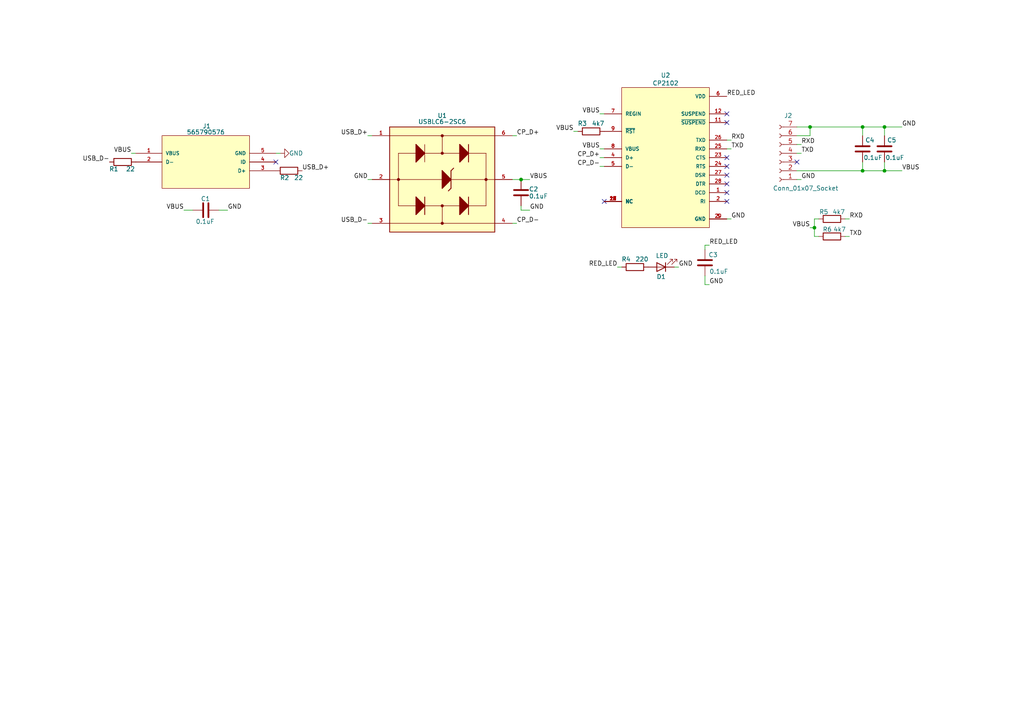
<source format=kicad_sch>
(kicad_sch (version 20231120) (generator "eeschema") (generator_version "8.0")
  (paper "A4")
  (title_block (title "Telemetry") (date "2025-06-01") (rev "v1.0.0"))
  (lib_symbols
    (symbol "565790576:565790576" (pin_names (offset 1.016))
      (property "Reference" "J" (at 15.5956 9.1186 0))
      (property "Value" "565790576" (at 14.9606 6.5786 0))
      (symbol "565790576_0_0"
        (rectangle (start 7.62 -10.16) (end 33.02 5.08) (stroke (width 0.1524)) (fill (type background)))
        (pin power_in line (at 0 0 0) (length 7.62) (name "VBUS") (number "1"))
        (pin bidirectional line (at 0 -2.54 0) (length 7.62) (name "D-") (number "2"))
        (pin bidirectional line (at 40.64 -5.08 180) (length 7.62) (name "D+") (number "3"))
        (pin bidirectional line (at 40.64 -2.54 180) (length 7.62) (name "ID") (number "4"))
        (pin passive line (at 40.64 0 180) (length 7.62) (name "GND") (number "5"))
      )
    )
    (symbol "CP2102:CP2102" (pin_names (offset 1.016))
      (property "Reference" "U" (at -12.7 21.082 0))
      (property "Value" "CP2102" (at -12.7 -22.86 0))
      (symbol "CP2102_0_0"
        (rectangle (start -12.7 -20.32) (end 12.7 20.32) (stroke (width 0.1524)) (fill (type background)))
        (pin input line (at 17.78 -10.16 180) (length 5.08) (name "DCD") (number "1"))
        (pin passive line (at -17.78 -12.7 0) (length 5.08) (name "NC") (number "10"))
        (pin output line (at 17.78 10.16 180) (length 5.08) (name "~{SUSPEND}") (number "11"))
        (pin output line (at 17.78 12.7 180) (length 5.08) (name "SUSPEND") (number "12"))
        (pin passive line (at -17.78 -12.7 0) (length 5.08) (name "NC") (number "13"))
        (pin passive line (at -17.78 -12.7 0) (length 5.08) (name "NC") (number "14"))
        (pin passive line (at -17.78 -12.7 0) (length 5.08) (name "NC") (number "15"))
        (pin passive line (at -17.78 -12.7 0) (length 5.08) (name "NC") (number "16"))
        (pin passive line (at -17.78 -12.7 0) (length 5.08) (name "NC") (number "17"))
        (pin passive line (at -17.78 -12.7 0) (length 5.08) (name "NC") (number "18"))
        (pin passive line (at -17.78 -12.7 0) (length 5.08) (name "NC") (number "19"))
        (pin input line (at 17.78 -12.7 180) (length 5.08) (name "RI") (number "2"))
        (pin passive line (at -17.78 -12.7 0) (length 5.08) (name "NC") (number "20"))
        (pin passive line (at -17.78 -12.7 0) (length 5.08) (name "NC") (number "21"))
        (pin passive line (at -17.78 -12.7 0) (length 5.08) (name "NC") (number "22"))
        (pin input line (at 17.78 0 180) (length 5.08) (name "CTS") (number "23"))
        (pin output line (at 17.78 -2.54 180) (length 5.08) (name "RTS") (number "24"))
        (pin input line (at 17.78 2.54 180) (length 5.08) (name "RXD") (number "25"))
        (pin output line (at 17.78 5.08 180) (length 5.08) (name "TXD") (number "26"))
        (pin input line (at 17.78 -5.08 180) (length 5.08) (name "DSR") (number "27"))
        (pin output line (at 17.78 -7.62 180) (length 5.08) (name "DTR") (number "28"))
        (pin power_in line (at 17.78 -17.78 180) (length 5.08) (name "GND") (number "29"))
        (pin power_in line (at 17.78 -17.78 180) (length 5.08) (name "GND") (number "3"))
        (pin bidirectional line (at -17.78 0 0) (length 5.08) (name "D+") (number "4"))
        (pin bidirectional line (at -17.78 -2.54 0) (length 5.08) (name "D-") (number "5"))
        (pin power_in line (at 17.78 17.78 180) (length 5.08) (name "VDD") (number "6"))
        (pin input line (at -17.78 12.7 0) (length 5.08) (name "REGIN") (number "7"))
        (pin input line (at -17.78 2.54 0) (length 5.08) (name "VBUS") (number "8"))
        (pin bidirectional line (at -17.78 7.62 0) (length 5.08) (name "~{RST}") (number "9"))
      )
    )
    (symbol "Connector:Conn_01x07_Socket" (pin_names (offset 1.016) hide)
      (property "Reference" "J" (at 0 10.16 0))
      (property "Value" "Conn_01x07_Socket" (at 0 -10.16 0))
      (symbol "Conn_01x07_Socket_1_1"
        (arc (start 0 -7.112) (mid -0.5058 -7.62) (end 0 -8.128) (stroke (width 0.1524)))
        (arc (start 0 -4.572) (mid -0.5058 -5.08) (end 0 -5.588) (stroke (width 0.1524)))
        (arc (start 0 -2.032) (mid -0.5058 -2.54) (end 0 -3.048) (stroke (width 0.1524)))
        (polyline (pts (xy -1.27 -7.62) (xy -0.508 -7.62)) (stroke (width 0.1524)))
        (polyline (pts (xy -1.27 -5.08) (xy -0.508 -5.08)) (stroke (width 0.1524)))
        (polyline (pts (xy -1.27 -2.54) (xy -0.508 -2.54)) (stroke (width 0.1524)))
        (polyline (pts (xy -1.27 0) (xy -0.508 0)) (stroke (width 0.1524)))
        (polyline (pts (xy -1.27 2.54) (xy -0.508 2.54)) (stroke (width 0.1524)))
        (polyline (pts (xy -1.27 5.08) (xy -0.508 5.08)) (stroke (width 0.1524)))
        (polyline (pts (xy -1.27 7.62) (xy -0.508 7.62)) (stroke (width 0.1524)))
        (arc (start 0 0.508) (mid -0.5058 0) (end 0 -0.508) (stroke (width 0.1524)))
        (arc (start 0 3.048) (mid -0.5058 2.54) (end 0 2.032) (stroke (width 0.1524)))
        (arc (start 0 5.588) (mid -0.5058 5.08) (end 0 4.572) (stroke (width 0.1524)))
        (arc (start 0 8.128) (mid -0.5058 7.62) (end 0 7.112) (stroke (width 0.1524)))
        (pin passive line (at -5.08 7.62 0) (length 3.81) (name "Pin_1") (number "1"))
        (pin passive line (at -5.08 5.08 0) (length 3.81) (name "Pin_2") (number "2"))
        (pin passive line (at -5.08 2.54 0) (length 3.81) (name "Pin_3") (number "3"))
        (pin passive line (at -5.08 0 0) (length 3.81) (name "Pin_4") (number "4"))
        (pin passive line (at -5.08 -2.54 0) (length 3.81) (name "Pin_5") (number "5"))
        (pin passive line (at -5.08 -5.08 0) (length 3.81) (name "Pin_6") (number "6"))
        (pin passive line (at -5.08 -7.62 0) (length 3.81) (name "Pin_7") (number "7"))
      )
    )
    (symbol "Device:C" (pin_numbers hide) (pin_names (offset 0.254))
      (property "Reference" "C" (at 0.635 2.54 0))
      (property "Value" "C" (at 0.635 -2.54 0))
      (symbol "C_0_1"
        (polyline (pts (xy -2.032 -0.762) (xy 2.032 -0.762)) (stroke (width 0.508)))
        (polyline (pts (xy -2.032 0.762) (xy 2.032 0.762)) (stroke (width 0.508)))
      )
      (symbol "C_1_1"
        (pin passive line (at 0 3.81 270) (length 2.794) (name "~") (number "1"))
        (pin passive line (at 0 -3.81 90) (length 2.794) (name "~") (number "2"))
      )
    )
    (symbol "Device:LED" (pin_numbers hide) (pin_names (offset 1.016) hide)
      (property "Reference" "D" (at 0 2.54 0))
      (property "Value" "LED" (at 0 -2.54 0))
      (symbol "LED_0_1"
        (polyline (pts (xy -1.27 -1.27) (xy -1.27 1.27)) (stroke (width 0.254)))
        (polyline (pts (xy -1.27 0) (xy 1.27 0)))
        (polyline (pts (xy 1.27 -1.27) (xy 1.27 1.27) (xy -1.27 0) (xy 1.27 -1.27)) (stroke (width 0.254)))
        (polyline (pts (xy -3.048 -0.762) (xy -4.572 -2.286) (xy -3.81 -2.286) (xy -4.572 -2.286) (xy -4.572 -1.524)))
        (polyline (pts (xy -1.778 -0.762) (xy -3.302 -2.286) (xy -2.54 -2.286) (xy -3.302 -2.286) (xy -3.302 -1.524)))
      )
      (symbol "LED_1_1"
        (pin passive line (at -3.81 0 0) (length 2.54) (name "K") (number "1"))
        (pin passive line (at 3.81 0 180) (length 2.54) (name "A") (number "2"))
      )
    )
    (symbol "Device:R" (pin_numbers hide) (pin_names (offset 0))
      (property "Reference" "R" (at 2.032 0 90))
      (property "Value" "R" (at 0 0 90))
      (symbol "R_0_1"
        (rectangle (start -1.016 -2.54) (end 1.016 2.54) (stroke (width 0.254)))
      )
      (symbol "R_1_1"
        (pin passive line (at 0 3.81 270) (length 1.27) (name "~") (number "1"))
        (pin passive line (at 0 -3.81 90) (length 1.27) (name "~") (number "2"))
      )
    )
    (symbol "USBLC6-2SC6_SnapEDA:USBLC6-2SC6" (pin_names (offset 1.016))
      (property "Reference" "U" (at -15.2693 17.8093 0))
      (property "Value" "USBLC6-2SC6" (at -15.2559 -17.7959 0))
      (symbol "USBLC6-2SC6_0_0"
        (rectangle (start -15.24 -15.24) (end 15.24 15.24) (stroke (width 0.254)) (fill (type background)))
        (circle (center -12.7 0) (radius 0.254) (stroke (width 0.381)))
        (circle (center 0 -12.7) (radius 0.254) (stroke (width 0.381)))
        (circle (center 0 -7.62) (radius 0.254) (stroke (width 0.381)))
        (polyline (pts (xy -15.24 -12.7) (xy 0 -12.7)) (stroke (width 0.1524)))
        (polyline (pts (xy -15.24 12.7) (xy 0 12.7)) (stroke (width 0.1524)))
        (polyline (pts (xy -12.7 -7.62) (xy -7.62 -7.62)) (stroke (width 0.1524)))
        (polyline (pts (xy -12.7 0) (xy -15.24 0)) (stroke (width 0.1524)))
        (polyline (pts (xy -12.7 0) (xy -12.7 -7.62)) (stroke (width 0.1524)))
        (polyline (pts (xy -12.7 0) (xy 0 0)) (stroke (width 0.1524)))
        (polyline (pts (xy -12.7 7.62) (xy -12.7 0)) (stroke (width 0.1524)))
        (polyline (pts (xy -12.7 7.62) (xy -7.62 7.62)) (stroke (width 0.1524)))
        (polyline (pts (xy -7.62 -10.16) (xy -7.62 -7.62)) (stroke (width 0.254)))
        (polyline (pts (xy -7.62 -7.62) (xy -7.62 -5.08)) (stroke (width 0.254)))
        (polyline (pts (xy -7.62 -5.08) (xy -5.08 -7.62)) (stroke (width 0.254)))
        (polyline (pts (xy -7.62 5.08) (xy -7.62 7.62)) (stroke (width 0.254)))
        (polyline (pts (xy -7.62 7.62) (xy -7.62 10.16)) (stroke (width 0.254)))
        (polyline (pts (xy -7.62 10.16) (xy -5.08 7.62)) (stroke (width 0.254)))
        (polyline (pts (xy -5.08 -7.62) (xy -7.62 -10.16)) (stroke (width 0.254)))
        (polyline (pts (xy -5.08 -7.62) (xy -5.08 -10.16)) (stroke (width 0.254)))
        (polyline (pts (xy -5.08 -7.62) (xy 0 -7.62)) (stroke (width 0.1524)))
        (polyline (pts (xy -5.08 -5.08) (xy -5.08 -7.62)) (stroke (width 0.254)))
        (polyline (pts (xy -5.08 7.62) (xy -7.62 5.08)) (stroke (width 0.254)))
        (polyline (pts (xy -5.08 7.62) (xy -5.08 5.08)) (stroke (width 0.1524)))
        (polyline (pts (xy -5.08 7.62) (xy 0 7.62)) (stroke (width 0.1524)))
        (polyline (pts (xy -5.08 10.16) (xy -5.08 7.62)) (stroke (width 0.1524)))
        (polyline (pts (xy 0 -7.62) (xy 0 -12.7)) (stroke (width 0.1524)))
        (polyline (pts (xy 0 -7.62) (xy 5.08 -7.62)) (stroke (width 0.1524)))
        (polyline (pts (xy 0 -2.54) (xy 0 0)) (stroke (width 0.254)))
        (polyline (pts (xy 0 0) (xy 0 2.54)) (stroke (width 0.254)))
        (polyline (pts (xy 0 2.54) (xy 2.54 0)) (stroke (width 0.254)))
        (polyline (pts (xy 0 7.62) (xy 0 12.7)) (stroke (width 0.1524)))
        (polyline (pts (xy 0 7.62) (xy 5.08 7.62)) (stroke (width 0.1524)))
        (polyline (pts (xy 0 12.7) (xy 15.24 12.7)) (stroke (width 0.1524)))
        (polyline (pts (xy 2.54 -2.54) (xy 1.778 -3.302)) (stroke (width 0.254)))
        (polyline (pts (xy 2.54 0) (xy 0 -2.54)) (stroke (width 0.254)))
        (polyline (pts (xy 2.54 0) (xy 12.7 0)) (stroke (width 0.1524)))
        (polyline (pts (xy 2.54 2.54) (xy 2.54 -2.54)) (stroke (width 0.254)))
        (polyline (pts (xy 2.54 2.54) (xy 3.302 3.302)) (stroke (width 0.254)))
        (polyline (pts (xy 5.08 -10.16) (xy 5.08 -7.62)) (stroke (width 0.254)))
        (polyline (pts (xy 5.08 -7.62) (xy 5.08 -5.08)) (stroke (width 0.254)))
        (polyline (pts (xy 5.08 -5.08) (xy 7.62 -7.62)) (stroke (width 0.254)))
        (polyline (pts (xy 5.08 5.08) (xy 5.08 7.62)) (stroke (width 0.254)))
        (polyline (pts (xy 5.08 7.62) (xy 5.08 10.16)) (stroke (width 0.254)))
        (polyline (pts (xy 5.08 10.16) (xy 7.62 7.62)) (stroke (width 0.254)))
        (polyline (pts (xy 7.62 -7.62) (xy 5.08 -10.16)) (stroke (width 0.254)))
        (polyline (pts (xy 7.62 -7.62) (xy 7.62 -10.16)) (stroke (width 0.254)))
        (polyline (pts (xy 7.62 -7.62) (xy 12.7 -7.62)) (stroke (width 0.1524)))
        (polyline (pts (xy 7.62 -5.08) (xy 7.62 -7.62)) (stroke (width 0.254)))
        (polyline (pts (xy 7.62 7.62) (xy 5.08 5.08)) (stroke (width 0.254)))
        (polyline (pts (xy 7.62 7.62) (xy 7.62 5.08)) (stroke (width 0.254)))
        (polyline (pts (xy 7.62 7.62) (xy 12.7 7.62)) (stroke (width 0.1524)))
        (polyline (pts (xy 7.62 10.16) (xy 7.62 7.62)) (stroke (width 0.254)))
        (polyline (pts (xy 12.7 0) (xy 12.7 -7.62)) (stroke (width 0.1524)))
        (polyline (pts (xy 12.7 0) (xy 15.24 0)) (stroke (width 0.1524)))
        (polyline (pts (xy 12.7 7.62) (xy 12.7 0)) (stroke (width 0.1524)))
        (polyline (pts (xy 15.24 -12.7) (xy 0 -12.7)) (stroke (width 0.1524)))
        (polyline (pts (xy -7.62 -5.08) (xy -7.62 -10.16) (xy -5.08 -7.62) (xy -7.62 -5.08)) (stroke (width 0.254)) (fill (type outline)))
        (polyline (pts (xy -7.62 10.16) (xy -7.62 5.08) (xy -5.08 7.62) (xy -7.62 10.16)) (stroke (width 0.254)) (fill (type outline)))
        (polyline (pts (xy 0 2.54) (xy 0 -2.54) (xy 2.54 0) (xy 0 2.54)) (stroke (width 0.254)) (fill (type outline)))
        (polyline (pts (xy 5.08 -5.08) (xy 5.08 -10.16) (xy 7.62 -7.62) (xy 5.08 -5.08)) (stroke (width 0.254)) (fill (type outline)))
        (polyline (pts (xy 5.08 10.16) (xy 5.08 5.08) (xy 7.62 7.62) (xy 5.08 10.16)) (stroke (width 0.254)) (fill (type outline)))
        (circle (center 0 7.62) (radius 0.254) (stroke (width 0.381)))
        (circle (center 0 12.7) (radius 0.254) (stroke (width 0.381)))
        (circle (center 12.7 0) (radius 0.254) (stroke (width 0.381)))
        (pin bidirectional line (at -20.32 12.7 0) (length 5.08) (name "~") (number "1"))
        (pin power_in line (at -20.32 0 0) (length 5.08) (name "~") (number "2"))
        (pin bidirectional line (at -20.32 -12.7 0) (length 5.08) (name "~") (number "3"))
        (pin bidirectional line (at 20.32 -12.7 180) (length 5.08) (name "~") (number "4"))
        (pin power_in line (at 20.32 0 180) (length 5.08) (name "~") (number "5"))
        (pin bidirectional line (at 20.32 12.7 180) (length 5.08) (name "~") (number "6"))
      )
    )
    (symbol "power:GND" (power) (pin_numbers hide) (pin_names (offset 0) hide)
      (property "Value" "GND" (at 0 -3.81 0))
      (symbol "GND_0_1"
        (polyline (pts (xy 0 0) (xy 0 -1.27) (xy 1.27 -1.27) (xy 0 -2.54) (xy -1.27 -1.27) (xy 0 -1.27)))
      )
      (symbol "GND_1_1"
        (pin power_in line (at 0 0 270) (length 0) (name "~") (number "1"))
      )
    )
  )
  (junction (at 151.13 52.07))
  (junction (at 250.19 49.53))
  (junction (at 234.95 36.83))
  (junction (at 236.22 66.04))
  (junction (at 256.54 49.53))
  (junction (at 256.54 36.83))
  (junction (at 250.19 36.83))
  (no_connect (at 210.82 58.42))
  (no_connect (at 175.26 58.42))
  (no_connect (at 210.82 50.8))
  (no_connect (at 210.82 55.88))
  (no_connect (at 210.82 48.26))
  (no_connect (at 231.14 46.99))
  (no_connect (at 210.82 35.56))
  (no_connect (at 210.82 33.02))
  (no_connect (at 210.82 53.34))
  (no_connect (at 210.82 45.72))
  (no_connect (at 80.01 46.99))
  (wire (pts (xy 236.22 66.04) (xy 236.22 63.5)))
  (wire (pts (xy 250.19 36.83) (xy 250.19 39.37)))
  (wire (pts (xy 148.59 64.77) (xy 149.86 64.77)))
  (wire (pts (xy 148.59 52.07) (xy 151.13 52.07)))
  (wire (pts (xy 179.07 77.47) (xy 180.34 77.47)))
  (wire (pts (xy 236.22 63.5) (xy 237.49 63.5)))
  (wire (pts (xy 173.99 43.18) (xy 175.26 43.18)))
  (wire (pts (xy 256.54 36.83) (xy 261.62 36.83)))
  (wire (pts (xy 148.59 39.37) (xy 149.86 39.37)))
  (wire (pts (xy 81.28 44.45) (xy 80.01 44.45)))
  (wire (pts (xy 256.54 49.53) (xy 261.62 49.53)))
  (wire (pts (xy 231.14 52.07) (xy 232.41 52.07)))
  (wire (pts (xy 256.54 36.83) (xy 256.54 39.37)))
  (wire (pts (xy 173.99 33.02) (xy 175.26 33.02)))
  (wire (pts (xy 151.13 60.96) (xy 151.13 59.69)))
  (wire (pts (xy 151.13 52.07) (xy 153.67 52.07)))
  (wire (pts (xy 231.14 39.37) (xy 234.95 39.37)))
  (wire (pts (xy 245.11 68.58) (xy 246.38 68.58)))
  (wire (pts (xy 153.67 60.96) (xy 151.13 60.96)))
  (wire (pts (xy 204.47 82.55) (xy 205.74 82.55)))
  (wire (pts (xy 231.14 36.83) (xy 234.95 36.83)))
  (wire (pts (xy 256.54 46.99) (xy 256.54 49.53)))
  (wire (pts (xy 63.5 60.96) (xy 66.04 60.96)))
  (wire (pts (xy 245.11 63.5) (xy 246.38 63.5)))
  (wire (pts (xy 166.37 38.1) (xy 167.64 38.1)))
  (wire (pts (xy 38.1 44.45) (xy 39.37 44.45)))
  (wire (pts (xy 234.95 39.37) (xy 234.95 36.83)))
  (wire (pts (xy 204.47 71.12) (xy 205.74 71.12)))
  (wire (pts (xy 231.14 41.91) (xy 232.41 41.91)))
  (wire (pts (xy 106.68 39.37) (xy 107.95 39.37)))
  (wire (pts (xy 250.19 36.83) (xy 256.54 36.83)))
  (wire (pts (xy 173.99 45.72) (xy 175.26 45.72)))
  (wire (pts (xy 210.82 43.18) (xy 212.09 43.18)))
  (wire (pts (xy 231.14 44.45) (xy 232.41 44.45)))
  (wire (pts (xy 204.47 71.12) (xy 204.47 72.39)))
  (wire (pts (xy 210.82 40.64) (xy 212.09 40.64)))
  (wire (pts (xy 106.68 64.77) (xy 107.95 64.77)))
  (wire (pts (xy 195.58 77.47) (xy 196.85 77.47)))
  (wire (pts (xy 234.95 66.04) (xy 236.22 66.04)))
  (wire (pts (xy 53.34 60.96) (xy 55.88 60.96)))
  (wire (pts (xy 231.14 49.53) (xy 250.19 49.53)))
  (wire (pts (xy 204.47 80.01) (xy 204.47 82.55)))
  (wire (pts (xy 250.19 46.99) (xy 250.19 49.53)))
  (wire (pts (xy 236.22 68.58) (xy 236.22 66.04)))
  (wire (pts (xy 173.99 48.26) (xy 175.26 48.26)))
  (wire (pts (xy 250.19 49.53) (xy 256.54 49.53)))
  (wire (pts (xy 106.68 52.07) (xy 107.95 52.07)))
  (wire (pts (xy 234.95 36.83) (xy 250.19 36.83)))
  (wire (pts (xy 237.49 68.58) (xy 236.22 68.58)))
  (wire (pts (xy 210.82 63.5) (xy 212.09 63.5)))
  (label "USB_D-" (at 31.75 46.99 180))
  (label "VBUS" (at 153.67 52.07 0))
  (label "VBUS" (at 173.99 33.02 180))
  (label "GND" (at 196.85 77.47 0))
  (label "CP_D-" (at 173.99 48.26 180))
  (label "TXD" (at 232.41 44.45 0))
  (label "RED_LED" (at 210.82 27.94 0))
  (label "TXD" (at 246.38 68.58 0))
  (label "RXD" (at 246.38 63.5 0))
  (label "GND" (at 205.74 82.55 0))
  (label "RED_LED" (at 205.74 71.12 0))
  (label "GND" (at 212.09 63.5 0))
  (label "GND" (at 261.62 36.83 0))
  (label "TXD" (at 212.09 43.18 0))
  (label "RED_LED" (at 179.07 77.47 180))
  (label "GND" (at 232.41 52.07 0))
  (label "CP_D+" (at 149.86 39.37 0))
  (label "VBUS" (at 38.1 44.45 180))
  (label "GND" (at 153.67 60.96 0))
  (label "USB_D+" (at 106.68 39.37 180))
  (label "GND" (at 66.04 60.96 0))
  (label "VBUS" (at 53.34 60.96 180))
  (label "GND" (at 106.68 52.07 180))
  (label "VBUS" (at 261.62 49.53 0))
  (label "VBUS" (at 173.99 43.18 180))
  (label "CP_D+" (at 173.99 45.72 180))
  (label "CP_D-" (at 149.86 64.77 0))
  (label "USB_D+" (at 87.63 49.53 0))
  (label "RXD" (at 212.09 40.64 0))
  (label "VBUS" (at 166.37 38.1 180))
  (label "RXD" (at 232.41 41.91 0))
  (label "USB_D-" (at 106.68 64.77 180))
  (label "VBUS" (at 234.95 66.04 180))
  (symbol (lib_id "Device:C") (at 59.69 60.96 90) (unit 1)
    (property "Reference" "C1" (at 60.96 57.658 90) (effects (justify left)))
    (property "Value" "0.1uF" (at 62.23 64.262 90) (effects (justify left)))
    (property "Footprint" "Capacitor_SMD:C_0603_1608Metric" (effects (hide yes)))
    (property "Description" "Unpolarized capacitor" (effects (hide yes)))
  )
  (symbol (lib_id "power:GND") (at 81.28 44.45 90) (unit 1)
    (property "Reference" "#PWR1" (effects (hide yes)))
    (property "Value" "GND" (at 83.82 44.45 90) (effects (justify right)))
    (property "Description" "Power symbol creates a global label with name \"GND\" , ground" (effects (hide yes)))
  )
  (symbol (lib_id "Device:R") (at 35.56 46.99 90) (unit 1)
    (property "Reference" "R1" (at 33.02 49.022 90))
    (property "Value" "22" (at 37.846 49.022 90))
    (property "Footprint" "Resistor_SMD:R_0603_1608Metric" (effects (hide yes)))
    (property "Description" "Resistor" (effects (hide yes)))
  )
  (symbol (lib_id "Device:C") (at 204.47 76.2 0) (unit 1)
    (property "Reference" "C3" (at 205.486 73.914 0) (effects (justify left)))
    (property "Value" "0.1uF" (at 205.74 78.74 0) (effects (justify left)))
    (property "Footprint" "Capacitor_SMD:C_0603_1608Metric" (effects (hide yes)))
    (property "Description" "Unpolarized capacitor" (effects (hide yes)))
  )
  (symbol (lib_id "Device:R") (at 171.45 38.1 90) (unit 1)
    (property "Reference" "R3" (at 168.91 35.814 90))
    (property "Value" "4k7" (at 173.482 35.814 90))
    (property "Footprint" "Resistor_SMD:R_0603_1608Metric" (effects (hide yes)))
    (property "Description" "Resistor" (effects (hide yes)))
  )
  (symbol (lib_id "USBLC6-2SC6_SnapEDA:USBLC6-2SC6") (at 128.27 52.07 0) (unit 1)
    (property "Reference" "U1" (at 128.27 33.528 0))
    (property "Value" "USBLC6-2SC6" (at 128.27 35.306 0))
    (property "Footprint" "USBLC6-2SC6:SOT95P280X145-6N" (effects (hide yes)))
    (property "MF" "STMicroelectronics" (effects (hide yes)))
    (property "PURCHASE-URL" "https://pricing.snapeda.com/search/part/USBLC6-2SC6/?ref=eda" (effects (hide yes)))
    (property "PACKAGE" "SOT-23-6 STMicroelectronics" (effects (hide yes)))
    (property "PRICE" "None" (effects (hide yes)))
    (property "Package" "SOT-23-6 STMicroelectronics" (effects (hide yes)))
    (property "Check_prices" "https://www.snapeda.com/parts/USBLC6-2SC6/STMicroelectronics/view-part/?ref=eda" (effects (hide yes)))
    (property "Price" "None" (effects (hide yes)))
    (property "SnapEDA_Link" "https://www.snapeda.com/parts/USBLC6-2SC6/STMicroelectronics/view-part/?ref=snap" (effects (hide yes)))
    (property "MP" "USBLC6-2SC6" (effects (hide yes)))
    (property "Description_1" "\n                        \n                            17V Clamp 5A (8/20µs) Ipp Tvs Diode Surface Mount SOT-23-6\n                        \n" (effects (hide yes)))
    (property "Availability" "In Stock" (effects (hide yes)))
    (property "AVAILABILITY" "In Stock" (effects (hide yes)))
    (property "DESCRIPTION" "17V Clamp 5A (8/20µs) Ipp Tvs Diode Surface Mount SOT-23-6" (effects (hide yes)))
  )
  (symbol (lib_id "Device:R") (at 184.15 77.47 90) (unit 1)
    (property "Reference" "R4" (at 181.61 75.184 90))
    (property "Value" "220" (at 186.182 75.184 90))
    (property "Footprint" "Resistor_SMD:R_0603_1608Metric" (effects (hide yes)))
    (property "Description" "Resistor" (effects (hide yes)))
  )
  (symbol (lib_id "Device:R") (at 83.82 49.53 90) (unit 1)
    (property "Reference" "R2" (at 82.55 51.562 90))
    (property "Value" "22" (at 86.614 51.562 90))
    (property "Footprint" "Resistor_SMD:R_0603_1608Metric" (effects (hide yes)))
    (property "Description" "Resistor" (effects (hide yes)))
  )
  (symbol (lib_id "565790576:565790576") (at 39.37 44.45 0) (unit 1)
    (property "Reference" "J1" (at 59.944 36.576 0))
    (property "Value" "565790576" (at 59.69 38.354 0))
    (property "Footprint" "565790576:56579-0576_MOL" (effects (hide yes)))
    (property "MF" "Molex" (effects (hide yes)))
    (property "Description_1" "\n                        \n                            Conn; Data; USB; Mini-AB; Rt Angle; SMT Solder Tails; On-The-Go; Cover Tape; LF | Molex Incorporated 56579-0576\n                        \n" (effects (hide yes)))
    (property "Package" "None" (effects (hide yes)))
    (property "Price" "None" (effects (hide yes)))
    (property "Check_prices" "https://www.snapeda.com/parts/56579-0576/Molex/view-part/?ref=eda" (effects (hide yes)))
    (property "Availability" "In Stock" (effects (hide yes)))
    (property "SnapEDA_Link" "https://www.snapeda.com/parts/56579-0576/Molex/view-part/?ref=snap" (effects (hide yes)))
    (property "MP" "56579-0576" (effects (hide yes)))
    (property "MFR_NAME" "Molex Connector Corporation" (effects (hide yes)))
    (property "MANUFACTURER_PART_NUMBER" "565790576" (effects (hide yes)))
  )
  (symbol (lib_id "Device:C") (at 250.19 43.18 0) (unit 1)
    (property "Reference" "C4" (at 250.952 40.64 0) (effects (justify left)))
    (property "Value" "0.1uF" (at 250.444 45.72 0) (effects (justify left)))
    (property "Footprint" "Capacitor_SMD:C_0603_1608Metric" (effects (hide yes)))
    (property "Description" "Unpolarized capacitor" (effects (hide yes)))
  )
  (symbol (lib_id "Device:LED") (at 191.77 77.47 180) (unit 1)
    (property "Reference" "D1" (at 191.77 80.264 0))
    (property "Value" "LED" (at 192.024 74.168 0))
    (property "Footprint" "LED_SMD:LED_0603_1608Metric" (effects (hide yes)))
    (property "Description" "Light emitting diode" (effects (hide yes)))
  )
  (symbol (lib_id "CP2102:CP2102") (at 193.04 45.72 0) (unit 1)
    (property "Reference" "U2" (at 193.04 21.844 0))
    (property "Value" "CP2102" (at 193.04 24.13 0))
    (property "Footprint" "CP2102:QFN50P500X500X100-29N" (effects (hide yes)))
    (property "MF" "Silicon Labs" (effects (hide yes)))
    (property "DESCRIPTION" "USB to UART Bridge" (effects (hide yes)))
    (property "PACKAGE" "WFQFN-20 Silicon Labs" (effects (hide yes)))
    (property "PRICE" "None" (effects (hide yes)))
    (property "Package" "QFN-28 Silicon Labs" (effects (hide yes)))
    (property "Check_prices" "https://www.snapeda.com/parts/CP2102/Silicon+Labs/view-part/?ref=eda" (effects (hide yes)))
    (property "Price" "None" (effects (hide yes)))
    (property "SnapEDA_Link" "https://www.snapeda.com/parts/CP2102/Silicon+Labs/view-part/?ref=snap" (effects (hide yes)))
    (property "MP" "CP2102" (effects (hide yes)))
    (property "Availability" "Not in stock" (effects (hide yes)))
    (property "AVAILABILITY" "Unavailable" (effects (hide yes)))
    (property "Description_1" "\n                        \n                            CP2102N USB 2.0 to UART (RS232) Bridge Interface Evaluation Board\n                        \n" (effects (hide yes)))
  )
  (symbol (lib_id "Connector:Conn_01x07_Socket") (at 226.06 44.45 180) (unit 1)
    (property "Reference" "J2" (at 228.6 33.528 0))
    (property "Value" "Conn_01x07_Socket" (at 233.68 54.61 0))
    (property "Footprint" "Connector_PinSocket_2.54mm:PinSocket_1x07_P2.54mm_Vertical" (effects (hide yes)))
    (property "Description" "Generic connector, single row, 01x07, script generated" (effects (hide yes)))
  )
  (symbol (lib_id "Device:C") (at 256.54 43.18 0) (unit 1)
    (property "Reference" "C5" (at 257.302 40.64 0) (effects (justify left)))
    (property "Value" "0.1uF" (at 256.794 45.72 0) (effects (justify left)))
    (property "Footprint" "Capacitor_SMD:C_0603_1608Metric" (effects (hide yes)))
    (property "Description" "Unpolarized capacitor" (effects (hide yes)))
  )
  (symbol (lib_id "Device:R") (at 241.3 68.58 90) (unit 1)
    (property "Reference" "R6" (at 241.3 66.548 90) (effects (justify left)))
    (property "Value" "4k7" (at 245.364 66.548 90) (effects (justify left)))
    (property "Footprint" "Resistor_SMD:R_0603_1608Metric" (effects (hide yes)))
    (property "Description" "Resistor" (effects (hide yes)))
  )
  (symbol (lib_id "Device:C") (at 151.13 55.88 0) (unit 1)
    (property "Reference" "C2" (at 153.416 54.864 0) (effects (justify left)))
    (property "Value" "0.1uF" (at 153.416 56.896 0) (effects (justify left)))
    (property "Footprint" "Capacitor_SMD:C_0603_1608Metric" (effects (hide yes)))
    (property "Description" "Unpolarized capacitor" (effects (hide yes)))
  )
  (symbol (lib_id "Device:R") (at 241.3 63.5 90) (unit 1)
    (property "Reference" "R5" (at 240.284 61.468 90) (effects (justify left)))
    (property "Value" "4k7" (at 245.11 61.468 90) (effects (justify left)))
    (property "Footprint" "Resistor_SMD:R_0603_1608Metric" (effects (hide yes)))
    (property "Description" "Resistor" (effects (hide yes)))
  )
)
</source>
